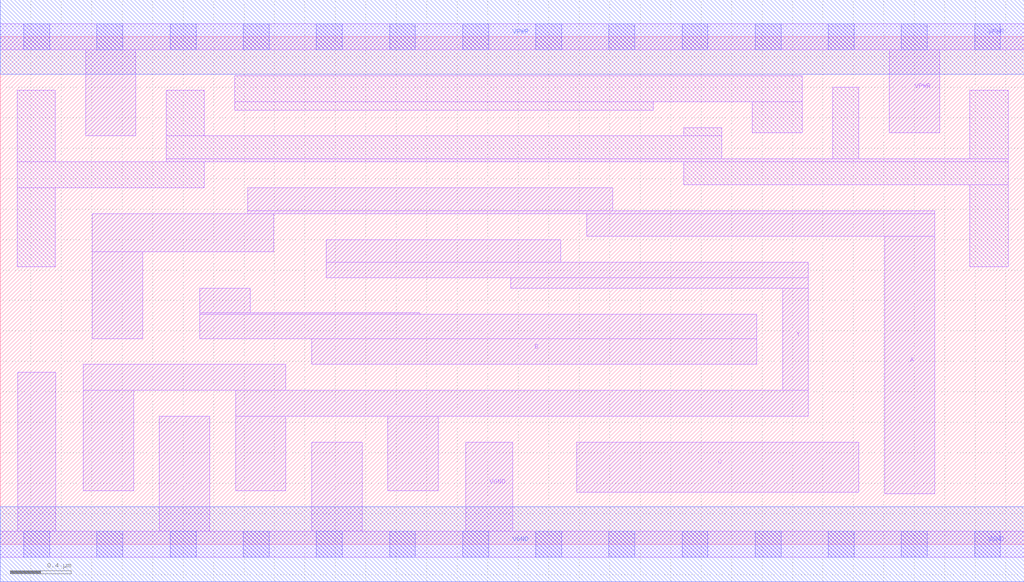
<source format=lef>
# Copyright 2020 The SkyWater PDK Authors
#
# Licensed under the Apache License, Version 2.0 (the "License");
# you may not use this file except in compliance with the License.
# You may obtain a copy of the License at
#
#     https://www.apache.org/licenses/LICENSE-2.0
#
# Unless required by applicable law or agreed to in writing, software
# distributed under the License is distributed on an "AS IS" BASIS,
# WITHOUT WARRANTIES OR CONDITIONS OF ANY KIND, either express or implied.
# See the License for the specific language governing permissions and
# limitations under the License.
#
# SPDX-License-Identifier: Apache-2.0

VERSION 5.7 ;
  NAMESCASESENSITIVE ON ;
  NOWIREEXTENSIONATPIN ON ;
  DIVIDERCHAR "/" ;
  BUSBITCHARS "[]" ;
UNITS
  DATABASE MICRONS 200 ;
END UNITS
MACRO sky130_fd_sc_hs__nor3_4
  CLASS CORE ;
  SOURCE USER ;
  FOREIGN sky130_fd_sc_hs__nor3_4 ;
  ORIGIN  0.000000  0.000000 ;
  SIZE  6.720000 BY  3.330000 ;
  SYMMETRY X Y ;
  SITE unit ;
  PIN A
    ANTENNAGATEAREA  0.894000 ;
    DIRECTION INPUT ;
    USE SIGNAL ;
    PORT
      LAYER li1 ;
        RECT 0.605000 1.350000 0.935000 1.920000 ;
        RECT 0.605000 1.920000 1.795000 2.170000 ;
        RECT 1.625000 2.170000 6.135000 2.190000 ;
        RECT 1.625000 2.190000 4.020000 2.340000 ;
        RECT 3.850000 2.020000 6.135000 2.170000 ;
        RECT 5.805000 0.330000 6.135000 2.020000 ;
    END
  END A
  PIN B
    ANTENNAGATEAREA  0.894000 ;
    DIRECTION INPUT ;
    USE SIGNAL ;
    PORT
      LAYER li1 ;
        RECT 1.310000 1.350000 4.965000 1.510000 ;
        RECT 1.310000 1.510000 2.755000 1.520000 ;
        RECT 1.310000 1.520000 1.640000 1.680000 ;
        RECT 2.045000 1.180000 4.965000 1.350000 ;
    END
  END B
  PIN C
    ANTENNAGATEAREA  0.894000 ;
    DIRECTION INPUT ;
    USE SIGNAL ;
    PORT
      LAYER li1 ;
        RECT 3.785000 0.340000 5.635000 0.670000 ;
    END
  END C
  PIN Y
    ANTENNADIFFAREA  1.674800 ;
    DIRECTION OUTPUT ;
    USE SIGNAL ;
    PORT
      LAYER li1 ;
        RECT 0.545000 0.350000 0.875000 1.010000 ;
        RECT 0.545000 1.010000 1.875000 1.180000 ;
        RECT 1.545000 0.350000 1.875000 0.840000 ;
        RECT 1.545000 0.840000 5.305000 1.010000 ;
        RECT 2.140000 1.750000 5.305000 1.850000 ;
        RECT 2.140000 1.850000 3.680000 2.000000 ;
        RECT 2.545000 0.350000 2.875000 0.840000 ;
        RECT 3.350000 1.680000 5.305000 1.750000 ;
        RECT 5.135000 1.010000 5.305000 1.680000 ;
    END
  END Y
  PIN VGND
    DIRECTION INOUT ;
    USE GROUND ;
    PORT
      LAYER li1 ;
        RECT 0.000000 -0.085000 6.720000 0.085000 ;
        RECT 0.115000  0.085000 0.365000 1.130000 ;
        RECT 1.045000  0.085000 1.375000 0.840000 ;
        RECT 2.045000  0.085000 2.375000 0.670000 ;
        RECT 3.055000  0.085000 3.365000 0.670000 ;
      LAYER mcon ;
        RECT 0.155000 -0.085000 0.325000 0.085000 ;
        RECT 0.635000 -0.085000 0.805000 0.085000 ;
        RECT 1.115000 -0.085000 1.285000 0.085000 ;
        RECT 1.595000 -0.085000 1.765000 0.085000 ;
        RECT 2.075000 -0.085000 2.245000 0.085000 ;
        RECT 2.555000 -0.085000 2.725000 0.085000 ;
        RECT 3.035000 -0.085000 3.205000 0.085000 ;
        RECT 3.515000 -0.085000 3.685000 0.085000 ;
        RECT 3.995000 -0.085000 4.165000 0.085000 ;
        RECT 4.475000 -0.085000 4.645000 0.085000 ;
        RECT 4.955000 -0.085000 5.125000 0.085000 ;
        RECT 5.435000 -0.085000 5.605000 0.085000 ;
        RECT 5.915000 -0.085000 6.085000 0.085000 ;
        RECT 6.395000 -0.085000 6.565000 0.085000 ;
      LAYER met1 ;
        RECT 0.000000 -0.245000 6.720000 0.245000 ;
    END
  END VGND
  PIN VPWR
    DIRECTION INOUT ;
    USE POWER ;
    PORT
      LAYER li1 ;
        RECT 0.000000 3.245000 6.720000 3.415000 ;
        RECT 0.560000 2.680000 0.890000 3.245000 ;
        RECT 5.835000 2.700000 6.165000 3.245000 ;
      LAYER mcon ;
        RECT 0.155000 3.245000 0.325000 3.415000 ;
        RECT 0.635000 3.245000 0.805000 3.415000 ;
        RECT 1.115000 3.245000 1.285000 3.415000 ;
        RECT 1.595000 3.245000 1.765000 3.415000 ;
        RECT 2.075000 3.245000 2.245000 3.415000 ;
        RECT 2.555000 3.245000 2.725000 3.415000 ;
        RECT 3.035000 3.245000 3.205000 3.415000 ;
        RECT 3.515000 3.245000 3.685000 3.415000 ;
        RECT 3.995000 3.245000 4.165000 3.415000 ;
        RECT 4.475000 3.245000 4.645000 3.415000 ;
        RECT 4.955000 3.245000 5.125000 3.415000 ;
        RECT 5.435000 3.245000 5.605000 3.415000 ;
        RECT 5.915000 3.245000 6.085000 3.415000 ;
        RECT 6.395000 3.245000 6.565000 3.415000 ;
      LAYER met1 ;
        RECT 0.000000 3.085000 6.720000 3.575000 ;
    END
  END VPWR
  OBS
    LAYER li1 ;
      RECT 0.110000 1.820000 0.360000 2.340000 ;
      RECT 0.110000 2.340000 1.340000 2.510000 ;
      RECT 0.110000 2.510000 0.360000 2.980000 ;
      RECT 1.090000 2.510000 6.615000 2.530000 ;
      RECT 1.090000 2.530000 4.735000 2.680000 ;
      RECT 1.090000 2.680000 1.340000 2.980000 ;
      RECT 1.540000 2.850000 4.285000 2.905000 ;
      RECT 1.540000 2.905000 5.265000 3.075000 ;
      RECT 4.485000 2.360000 6.615000 2.510000 ;
      RECT 4.485000 2.680000 4.735000 2.735000 ;
      RECT 4.935000 2.700000 5.265000 2.905000 ;
      RECT 5.465000 2.530000 5.635000 3.000000 ;
      RECT 6.365000 1.820000 6.615000 2.360000 ;
      RECT 6.365000 2.530000 6.615000 2.980000 ;
  END
END sky130_fd_sc_hs__nor3_4

</source>
